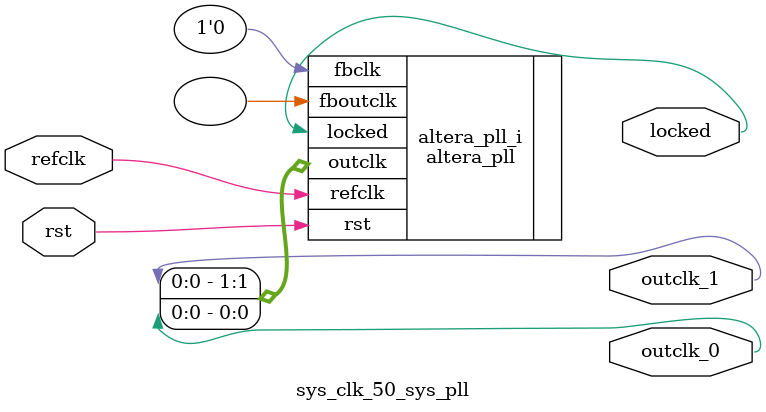
<source format=v>
`timescale 1ns/10ps
module  sys_clk_50_sys_pll(

	// interface 'refclk'
	input wire refclk,

	// interface 'reset'
	input wire rst,

	// interface 'outclk0'
	output wire outclk_0,

	// interface 'outclk1'
	output wire outclk_1,

	// interface 'locked'
	output wire locked
);

	altera_pll #(
		.fractional_vco_multiplier("false"),
		.reference_clock_frequency("50.0 MHz"),
		.operation_mode("direct"),
		.number_of_clocks(2),
		.output_clock_frequency0("50.000000 MHz"),
		.phase_shift0("0 ps"),
		.duty_cycle0(50),
		.output_clock_frequency1("50.000000 MHz"),
		.phase_shift1("-3000 ps"),
		.duty_cycle1(50),
		.output_clock_frequency2("0 MHz"),
		.phase_shift2("0 ps"),
		.duty_cycle2(50),
		.output_clock_frequency3("0 MHz"),
		.phase_shift3("0 ps"),
		.duty_cycle3(50),
		.output_clock_frequency4("0 MHz"),
		.phase_shift4("0 ps"),
		.duty_cycle4(50),
		.output_clock_frequency5("0 MHz"),
		.phase_shift5("0 ps"),
		.duty_cycle5(50),
		.output_clock_frequency6("0 MHz"),
		.phase_shift6("0 ps"),
		.duty_cycle6(50),
		.output_clock_frequency7("0 MHz"),
		.phase_shift7("0 ps"),
		.duty_cycle7(50),
		.output_clock_frequency8("0 MHz"),
		.phase_shift8("0 ps"),
		.duty_cycle8(50),
		.output_clock_frequency9("0 MHz"),
		.phase_shift9("0 ps"),
		.duty_cycle9(50),
		.output_clock_frequency10("0 MHz"),
		.phase_shift10("0 ps"),
		.duty_cycle10(50),
		.output_clock_frequency11("0 MHz"),
		.phase_shift11("0 ps"),
		.duty_cycle11(50),
		.output_clock_frequency12("0 MHz"),
		.phase_shift12("0 ps"),
		.duty_cycle12(50),
		.output_clock_frequency13("0 MHz"),
		.phase_shift13("0 ps"),
		.duty_cycle13(50),
		.output_clock_frequency14("0 MHz"),
		.phase_shift14("0 ps"),
		.duty_cycle14(50),
		.output_clock_frequency15("0 MHz"),
		.phase_shift15("0 ps"),
		.duty_cycle15(50),
		.output_clock_frequency16("0 MHz"),
		.phase_shift16("0 ps"),
		.duty_cycle16(50),
		.output_clock_frequency17("0 MHz"),
		.phase_shift17("0 ps"),
		.duty_cycle17(50),
		.pll_type("General"),
		.pll_subtype("General")
	) altera_pll_i (
		.rst	(rst),
		.outclk	({outclk_1, outclk_0}),
		.locked	(locked),
		.fboutclk	( ),
		.fbclk	(1'b0),
		.refclk	(refclk)
	);
endmodule


</source>
